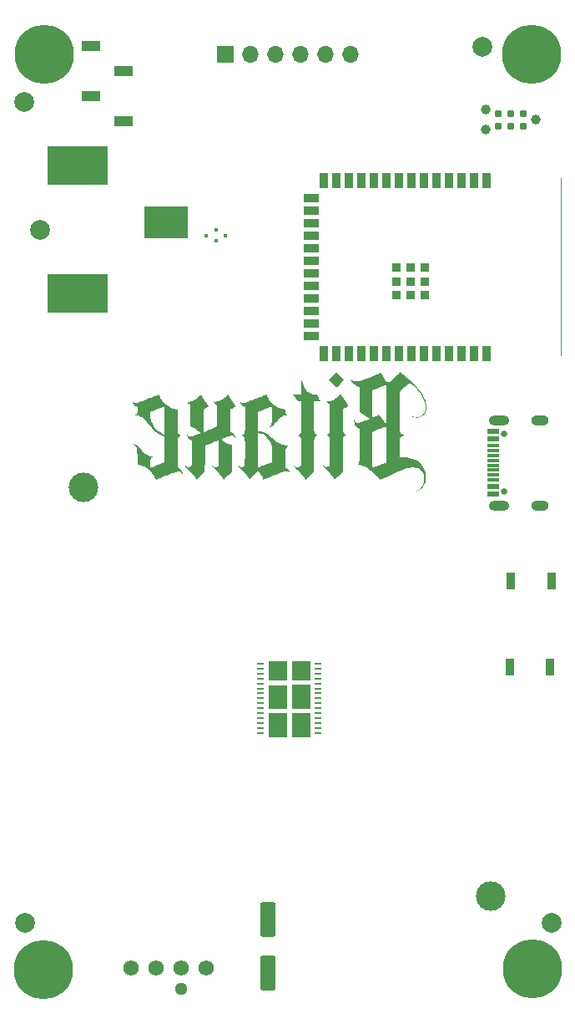
<source format=gbr>
%TF.GenerationSoftware,KiCad,Pcbnew,7.0.9*%
%TF.CreationDate,2024-01-24T17:11:57-05:00*%
%TF.ProjectId,bitaxeSupra,62697461-7865-4537-9570-72612e6b6963,rev?*%
%TF.SameCoordinates,Original*%
%TF.FileFunction,Soldermask,Bot*%
%TF.FilePolarity,Negative*%
%FSLAX46Y46*%
G04 Gerber Fmt 4.6, Leading zero omitted, Abs format (unit mm)*
G04 Created by KiCad (PCBNEW 7.0.9) date 2024-01-24 17:11:57*
%MOMM*%
%LPD*%
G01*
G04 APERTURE LIST*
G04 Aperture macros list*
%AMRoundRect*
0 Rectangle with rounded corners*
0 $1 Rounding radius*
0 $2 $3 $4 $5 $6 $7 $8 $9 X,Y pos of 4 corners*
0 Add a 4 corners polygon primitive as box body*
4,1,4,$2,$3,$4,$5,$6,$7,$8,$9,$2,$3,0*
0 Add four circle primitives for the rounded corners*
1,1,$1+$1,$2,$3*
1,1,$1+$1,$4,$5*
1,1,$1+$1,$6,$7*
1,1,$1+$1,$8,$9*
0 Add four rect primitives between the rounded corners*
20,1,$1+$1,$2,$3,$4,$5,0*
20,1,$1+$1,$4,$5,$6,$7,0*
20,1,$1+$1,$6,$7,$8,$9,0*
20,1,$1+$1,$8,$9,$2,$3,0*%
G04 Aperture macros list end*
%ADD10C,0.120000*%
%ADD11R,0.792000X0.221000*%
%ADD12C,3.000000*%
%ADD13C,0.800000*%
%ADD14C,6.000000*%
%ADD15C,0.400000*%
%ADD16C,1.295400*%
%ADD17C,1.574800*%
%ADD18R,1.900000X1.000000*%
%ADD19C,2.000000*%
%ADD20C,0.650000*%
%ADD21R,1.150000X0.600000*%
%ADD22R,1.150000X0.300000*%
%ADD23O,1.800000X1.000000*%
%ADD24O,2.100000X1.000000*%
%ADD25R,0.900000X1.500000*%
%ADD26R,1.500000X0.900000*%
%ADD27R,0.900000X0.900000*%
%ADD28C,0.990600*%
%ADD29C,0.787400*%
%ADD30O,1.700000X1.700000*%
%ADD31R,1.700000X1.700000*%
%ADD32RoundRect,0.250000X-0.550000X1.500000X-0.550000X-1.500000X0.550000X-1.500000X0.550000X1.500000X0*%
%ADD33R,4.400000X3.300000*%
%ADD34R,6.200000X3.900000*%
%ADD35R,0.900000X1.800000*%
G04 APERTURE END LIST*
D10*
%TO.C,U4*%
X107710562Y-112516000D02*
X105930562Y-112516000D01*
X105930562Y-112516000D02*
X105930562Y-114396000D01*
X105930562Y-114396000D02*
X107710562Y-114396000D01*
X107710562Y-114396000D02*
X107710562Y-112516000D01*
G36*
X107710562Y-112516000D02*
G01*
X105930562Y-112516000D01*
X105930562Y-114396000D01*
X107710562Y-114396000D01*
X107710562Y-112516000D01*
G37*
X107710562Y-114966000D02*
X105910562Y-114966000D01*
X105910562Y-114966000D02*
X105910562Y-117326000D01*
X105910562Y-117326000D02*
X107710562Y-117326000D01*
X107710562Y-117326000D02*
X107710562Y-114966000D01*
G36*
X107710562Y-114966000D02*
G01*
X105910562Y-114966000D01*
X105910562Y-117326000D01*
X107710562Y-117326000D01*
X107710562Y-114966000D01*
G37*
X107710562Y-117786000D02*
X105910562Y-117786000D01*
X105910562Y-117786000D02*
X105910562Y-120146000D01*
X105910562Y-120146000D02*
X107710562Y-120146000D01*
X107710562Y-120146000D02*
X107710562Y-117786000D01*
G36*
X107710562Y-117786000D02*
G01*
X105910562Y-117786000D01*
X105910562Y-120146000D01*
X107710562Y-120146000D01*
X107710562Y-117786000D01*
G37*
X105360562Y-117786000D02*
X103560562Y-117786000D01*
X103560562Y-117786000D02*
X103560562Y-120146000D01*
X103560562Y-120146000D02*
X105360562Y-120146000D01*
X105360562Y-120146000D02*
X105360562Y-117786000D01*
G36*
X105360562Y-117786000D02*
G01*
X103560562Y-117786000D01*
X103560562Y-120146000D01*
X105360562Y-120146000D01*
X105360562Y-117786000D01*
G37*
X105340562Y-112516000D02*
X103560562Y-112516000D01*
X103560562Y-112516000D02*
X103560562Y-114386000D01*
X103560562Y-114386000D02*
X105340562Y-114386000D01*
X105340562Y-114386000D02*
X105340562Y-112516000D01*
G36*
X105340562Y-112516000D02*
G01*
X103560562Y-112516000D01*
X103560562Y-114386000D01*
X105340562Y-114386000D01*
X105340562Y-112516000D01*
G37*
X105340562Y-114976000D02*
X103540562Y-114976000D01*
X103540562Y-114976000D02*
X103540562Y-117336000D01*
X103540562Y-117336000D02*
X105340562Y-117336000D01*
X105340562Y-117336000D02*
X105340562Y-114976000D01*
G36*
X105340562Y-114976000D02*
G01*
X103540562Y-114976000D01*
X103540562Y-117336000D01*
X105340562Y-117336000D01*
X105340562Y-114976000D01*
G37*
%TO.C,U12*%
X133180000Y-81610000D02*
X133180000Y-63610000D01*
%TO.C,G\u002A\u002A\u002A*%
G36*
X110835225Y-83669191D02*
G01*
X111225774Y-84059740D01*
X110840646Y-84445290D01*
X110743775Y-84541920D01*
X110649131Y-84635592D01*
X110567917Y-84715197D01*
X110504115Y-84776859D01*
X110461707Y-84816699D01*
X110444677Y-84830841D01*
X110429633Y-84818501D01*
X110388808Y-84780268D01*
X110326321Y-84719953D01*
X110246154Y-84641434D01*
X110152289Y-84548587D01*
X110048708Y-84445290D01*
X109663579Y-84059740D01*
X110054128Y-83669191D01*
X110444677Y-83278642D01*
X110835225Y-83669191D01*
G37*
G36*
X106952962Y-84218195D02*
G01*
X107012788Y-84384727D01*
X107130174Y-84656382D01*
X107260097Y-84893409D01*
X107401616Y-85094547D01*
X107553792Y-85258537D01*
X107715685Y-85384116D01*
X107886356Y-85470027D01*
X107916657Y-85479077D01*
X107996489Y-85494470D01*
X108098933Y-85507422D01*
X108211773Y-85516200D01*
X108448024Y-85528872D01*
X108633717Y-85851383D01*
X108687239Y-85945026D01*
X108740061Y-86039000D01*
X108781920Y-86115205D01*
X108809482Y-86167559D01*
X108819410Y-86189981D01*
X108812654Y-86193248D01*
X108772106Y-86198329D01*
X108701063Y-86202393D01*
X108606604Y-86205090D01*
X108495806Y-86206067D01*
X108172203Y-86206067D01*
X108178046Y-87763614D01*
X108179056Y-88029567D01*
X108180108Y-88286071D01*
X108181182Y-88506491D01*
X108182369Y-88693760D01*
X108183761Y-88850811D01*
X108185446Y-88980576D01*
X108187518Y-89085988D01*
X108190065Y-89169980D01*
X108193180Y-89235484D01*
X108196952Y-89285434D01*
X108201474Y-89322762D01*
X108206835Y-89350400D01*
X108213126Y-89371282D01*
X108220439Y-89388341D01*
X108228864Y-89404508D01*
X108261787Y-89457864D01*
X108349332Y-89557893D01*
X108450475Y-89629877D01*
X108508694Y-89659932D01*
X108417585Y-89713326D01*
X108319765Y-89792653D01*
X108242377Y-89900266D01*
X108195128Y-90023485D01*
X108193591Y-90033321D01*
X108189824Y-90086905D01*
X108186397Y-90179408D01*
X108183334Y-90308844D01*
X108180661Y-90473224D01*
X108178401Y-90670562D01*
X108176578Y-90898870D01*
X108175218Y-91156162D01*
X108174344Y-91440449D01*
X108173980Y-91749745D01*
X108173471Y-93386531D01*
X107742630Y-93787538D01*
X107311790Y-94188545D01*
X107277386Y-94097910D01*
X107247290Y-94032073D01*
X107177868Y-93916154D01*
X107082976Y-93783702D01*
X106967059Y-93640128D01*
X106834561Y-93490847D01*
X106689927Y-93341272D01*
X106537600Y-93196816D01*
X106483754Y-93146978D01*
X106402109Y-93067371D01*
X106327474Y-92990122D01*
X106262576Y-92918696D01*
X106210143Y-92856560D01*
X106172904Y-92807181D01*
X106153586Y-92774024D01*
X106154918Y-92760556D01*
X106179628Y-92770243D01*
X106230444Y-92806551D01*
X106299366Y-92857410D01*
X106369454Y-92896819D01*
X106436950Y-92916253D01*
X106516137Y-92921454D01*
X106532152Y-92921097D01*
X106642284Y-92901731D01*
X106745371Y-92857661D01*
X106824867Y-92795630D01*
X106826684Y-92793536D01*
X106833773Y-92782700D01*
X106839814Y-92766544D01*
X106844873Y-92742039D01*
X106849018Y-92706155D01*
X106852314Y-92655863D01*
X106854829Y-92588133D01*
X106856628Y-92499937D01*
X106857778Y-92388244D01*
X106858346Y-92250025D01*
X106858398Y-92082251D01*
X106858000Y-91881892D01*
X106857219Y-91645920D01*
X106856122Y-91371304D01*
X106850337Y-89987937D01*
X106790861Y-89886750D01*
X106733692Y-89809469D01*
X106627929Y-89721251D01*
X106524473Y-89656939D01*
X106595168Y-89620671D01*
X106660367Y-89577358D01*
X106737556Y-89503287D01*
X106800898Y-89418954D01*
X106838416Y-89338263D01*
X106840403Y-89327806D01*
X106845101Y-89272011D01*
X106849184Y-89174805D01*
X106852651Y-89036374D01*
X106855498Y-88856905D01*
X106857723Y-88636583D01*
X106859323Y-88375593D01*
X106860296Y-88074124D01*
X106860639Y-87732359D01*
X106860755Y-86206067D01*
X106708307Y-86206067D01*
X106555859Y-86206067D01*
X106282673Y-85867470D01*
X106009487Y-85528872D01*
X106435121Y-85523240D01*
X106860755Y-85517608D01*
X106861024Y-84731444D01*
X106861292Y-83945279D01*
X106952962Y-84218195D01*
G37*
G36*
X110875684Y-85508401D02*
G01*
X110901173Y-85546235D01*
X110945271Y-85612062D01*
X111005209Y-85701741D01*
X111078222Y-85811131D01*
X111161542Y-85936090D01*
X111252402Y-86072478D01*
X111628268Y-86636921D01*
X111578013Y-86701135D01*
X111533263Y-86747758D01*
X111443903Y-86815237D01*
X111334780Y-86877924D01*
X111218190Y-86928062D01*
X111111453Y-86965971D01*
X111111453Y-88107771D01*
X111111446Y-88275760D01*
X111111559Y-88507622D01*
X111112114Y-88703489D01*
X111113445Y-88866832D01*
X111115885Y-89001120D01*
X111119767Y-89109823D01*
X111125425Y-89196412D01*
X111133192Y-89264355D01*
X111143400Y-89317123D01*
X111156384Y-89358185D01*
X111172477Y-89391011D01*
X111192011Y-89419071D01*
X111215321Y-89445835D01*
X111242739Y-89474772D01*
X111256864Y-89488805D01*
X111322178Y-89541654D01*
X111387734Y-89580913D01*
X111466066Y-89616790D01*
X111381498Y-89654924D01*
X111375494Y-89657712D01*
X111281872Y-89720387D01*
X111198671Y-89808646D01*
X111140101Y-89907615D01*
X111138050Y-89913353D01*
X111132956Y-89936914D01*
X111128511Y-89974168D01*
X111124674Y-90027659D01*
X111121401Y-90099929D01*
X111118649Y-90193524D01*
X111116374Y-90310985D01*
X111114534Y-90454858D01*
X111113085Y-90627686D01*
X111111983Y-90832012D01*
X111111187Y-91070380D01*
X111110652Y-91345334D01*
X111110335Y-91659417D01*
X111109217Y-93342654D01*
X110688391Y-93742728D01*
X110674494Y-93755934D01*
X110565705Y-93858938D01*
X110467267Y-93951493D01*
X110383136Y-94029930D01*
X110317265Y-94090579D01*
X110273609Y-94129771D01*
X110256123Y-94143836D01*
X110253726Y-94142893D01*
X110237968Y-94118544D01*
X110218096Y-94071351D01*
X110201334Y-94030446D01*
X110153397Y-93941437D01*
X110083781Y-93838666D01*
X109990413Y-93719559D01*
X109871219Y-93581541D01*
X109724123Y-93422036D01*
X109547051Y-93238470D01*
X109543132Y-93234475D01*
X109396872Y-93084228D01*
X109277197Y-92958886D01*
X109184596Y-92859026D01*
X109119552Y-92785223D01*
X109082554Y-92738053D01*
X109074086Y-92718092D01*
X109094636Y-92725916D01*
X109144690Y-92762100D01*
X109161332Y-92775007D01*
X109222126Y-92820072D01*
X109267670Y-92847117D01*
X109311821Y-92863145D01*
X109368432Y-92875156D01*
X109424247Y-92880245D01*
X109532354Y-92868158D01*
X109635541Y-92832791D01*
X109716601Y-92778902D01*
X109777901Y-92720173D01*
X109777784Y-91364474D01*
X109777450Y-91061641D01*
X109776407Y-90777058D01*
X109774652Y-90533703D01*
X109772182Y-90331350D01*
X109768993Y-90169770D01*
X109765081Y-90048738D01*
X109760444Y-89968026D01*
X109755076Y-89927406D01*
X109729641Y-89873164D01*
X109684106Y-89807892D01*
X109627056Y-89741021D01*
X109567001Y-89681715D01*
X109512452Y-89639140D01*
X109471918Y-89622460D01*
X109461738Y-89621456D01*
X109460241Y-89611288D01*
X109496605Y-89588775D01*
X109590651Y-89524440D01*
X109677420Y-89436473D01*
X109738314Y-89341998D01*
X109739156Y-89340168D01*
X109746794Y-89321373D01*
X109753334Y-89298885D01*
X109758862Y-89269539D01*
X109763465Y-89230169D01*
X109767229Y-89177612D01*
X109770239Y-89108701D01*
X109772582Y-89020272D01*
X109774344Y-88909160D01*
X109775610Y-88772200D01*
X109776467Y-88606226D01*
X109777001Y-88408073D01*
X109777298Y-88174578D01*
X109777443Y-87902574D01*
X109777901Y-86546497D01*
X109723429Y-86517344D01*
X109717003Y-86513566D01*
X109670874Y-86477206D01*
X109611948Y-86421367D01*
X109551012Y-86357292D01*
X109498855Y-86296221D01*
X109466268Y-86249396D01*
X109462396Y-86239552D01*
X109467939Y-86227474D01*
X109494743Y-86220368D01*
X109549610Y-86216913D01*
X109639339Y-86215787D01*
X109644743Y-86215764D01*
X109745420Y-86213103D01*
X109821565Y-86204306D01*
X109889472Y-86186406D01*
X109965431Y-86156439D01*
X110083913Y-86098122D01*
X110261573Y-85989272D01*
X110451696Y-85850389D01*
X110649303Y-85684906D01*
X110675153Y-85662002D01*
X110750198Y-85596617D01*
X110811604Y-85544759D01*
X110853607Y-85511228D01*
X110870442Y-85500822D01*
X110875684Y-85508401D01*
G37*
G36*
X94321726Y-88203688D02*
G01*
X94327450Y-89345307D01*
X94390708Y-89447836D01*
X94449755Y-89524977D01*
X94562645Y-89615543D01*
X94671323Y-89680721D01*
X94606011Y-89707774D01*
X94543402Y-89739855D01*
X94442182Y-89826730D01*
X94366349Y-89945412D01*
X94317438Y-90050447D01*
X94317235Y-91492995D01*
X94317031Y-92935544D01*
X94374332Y-92949316D01*
X94504813Y-92999651D01*
X94623731Y-93085425D01*
X94720321Y-93199404D01*
X94789662Y-93335721D01*
X94826830Y-93488511D01*
X94839564Y-93592695D01*
X94798954Y-93519767D01*
X94767864Y-93468659D01*
X94696223Y-93385706D01*
X94612548Y-93336540D01*
X94509179Y-93315767D01*
X94396328Y-93317778D01*
X94279739Y-93339423D01*
X94277012Y-93340249D01*
X94230067Y-93356189D01*
X94151537Y-93384567D01*
X94045832Y-93423686D01*
X93917364Y-93471846D01*
X93770541Y-93527347D01*
X93609773Y-93588491D01*
X93439472Y-93653579D01*
X93264047Y-93720910D01*
X93087908Y-93788787D01*
X92915465Y-93855510D01*
X92751128Y-93919380D01*
X92599308Y-93978697D01*
X92464414Y-94031763D01*
X92350857Y-94076879D01*
X92263046Y-94112345D01*
X92205393Y-94136462D01*
X92182306Y-94147531D01*
X92156950Y-94162429D01*
X92123410Y-94161789D01*
X92108335Y-94137849D01*
X92107708Y-94130648D01*
X92092011Y-94080784D01*
X92058316Y-94005401D01*
X92010789Y-93911903D01*
X91953592Y-93807696D01*
X91890888Y-93700184D01*
X91826843Y-93596772D01*
X91765618Y-93504865D01*
X91711378Y-93431868D01*
X91633746Y-93341345D01*
X91428675Y-93144290D01*
X91199837Y-92976294D01*
X90952588Y-92840495D01*
X90692285Y-92740029D01*
X90424283Y-92678034D01*
X90264283Y-92653320D01*
X90251592Y-91883221D01*
X90250405Y-91812732D01*
X90246370Y-91603183D01*
X90241813Y-91429431D01*
X90236204Y-91286956D01*
X90229012Y-91171235D01*
X90219709Y-91077750D01*
X90207764Y-91001978D01*
X90192648Y-90939400D01*
X90173831Y-90885494D01*
X90150784Y-90835740D01*
X90122975Y-90785617D01*
X90120847Y-90782042D01*
X90055158Y-90699440D01*
X89968535Y-90624924D01*
X89878803Y-90573944D01*
X89873811Y-90570360D01*
X89893019Y-90568784D01*
X89941313Y-90573315D01*
X90042375Y-90597494D01*
X90160102Y-90644707D01*
X90275032Y-90706919D01*
X90371015Y-90776491D01*
X90398820Y-90803695D01*
X90454315Y-90864996D01*
X90523987Y-90947126D01*
X90601656Y-91042752D01*
X90681141Y-91144537D01*
X90734840Y-91213508D01*
X90818912Y-91317242D01*
X90899591Y-91412229D01*
X90969785Y-91490190D01*
X91022398Y-91542845D01*
X91062638Y-91577211D01*
X91215232Y-91682141D01*
X91381116Y-91762486D01*
X91549910Y-91813887D01*
X91711234Y-91831990D01*
X91805458Y-91831990D01*
X91727919Y-91884679D01*
X91726511Y-91885637D01*
X91680191Y-91919536D01*
X91644507Y-91954123D01*
X91617967Y-91995254D01*
X91599082Y-92048782D01*
X91586361Y-92120563D01*
X91578314Y-92216452D01*
X91573451Y-92342305D01*
X91570280Y-92503975D01*
X91570271Y-92504579D01*
X91568454Y-92654882D01*
X91568425Y-92767967D01*
X91570389Y-92848244D01*
X91574549Y-92900125D01*
X91581111Y-92928019D01*
X91590277Y-92936337D01*
X91591076Y-92936279D01*
X91620124Y-92927830D01*
X91682001Y-92906515D01*
X91771195Y-92874430D01*
X91882191Y-92833666D01*
X92009476Y-92786318D01*
X92147538Y-92734478D01*
X92290864Y-92680241D01*
X92433940Y-92625699D01*
X92571254Y-92572945D01*
X92697292Y-92524073D01*
X92806541Y-92481175D01*
X92893488Y-92446347D01*
X92952621Y-92421679D01*
X92978425Y-92409267D01*
X92980554Y-92406582D01*
X92985763Y-92388149D01*
X92990120Y-92351420D01*
X92993668Y-92293796D01*
X92996447Y-92212681D01*
X92998497Y-92105477D01*
X92999861Y-91969587D01*
X93000578Y-91802416D01*
X93000690Y-91601364D01*
X93000238Y-91363836D01*
X92999262Y-91087234D01*
X92993897Y-89785247D01*
X92845552Y-89747576D01*
X92795197Y-89733623D01*
X92584188Y-89650458D01*
X92373511Y-89528486D01*
X92166508Y-89369879D01*
X91966522Y-89176806D01*
X91954304Y-89163562D01*
X91894802Y-89097043D01*
X91816697Y-89007551D01*
X91726200Y-88902295D01*
X91629520Y-88788485D01*
X91532865Y-88673329D01*
X91411974Y-88529984D01*
X91249584Y-88344170D01*
X91104594Y-88187826D01*
X90973619Y-88057822D01*
X90853274Y-87951029D01*
X90740175Y-87864315D01*
X90630938Y-87794552D01*
X90522177Y-87738608D01*
X90514875Y-87735308D01*
X90404294Y-87692014D01*
X90286919Y-87656257D01*
X90177336Y-87631939D01*
X90090130Y-87622966D01*
X90018498Y-87622966D01*
X90056588Y-87597653D01*
X91567307Y-87597653D01*
X91567708Y-87650108D01*
X91576720Y-87862890D01*
X91599702Y-88047668D01*
X91639589Y-88214539D01*
X91699311Y-88373600D01*
X91781803Y-88534948D01*
X91889995Y-88708680D01*
X91917006Y-88748242D01*
X92050892Y-88921724D01*
X92203075Y-89088150D01*
X92366516Y-89241311D01*
X92534179Y-89374999D01*
X92699026Y-89483007D01*
X92854021Y-89559125D01*
X92900901Y-89576869D01*
X92955065Y-89595307D01*
X92984250Y-89602457D01*
X92987222Y-89592193D01*
X92991070Y-89543051D01*
X92994468Y-89454586D01*
X92997396Y-89328175D01*
X92999836Y-89165195D01*
X93001767Y-88967024D01*
X93003170Y-88735040D01*
X93004026Y-88470619D01*
X93004316Y-88175140D01*
X93004259Y-88026074D01*
X93003937Y-87793751D01*
X93003352Y-87576138D01*
X93002527Y-87376604D01*
X93001489Y-87198520D01*
X93000260Y-87045257D01*
X92998866Y-86920185D01*
X92997331Y-86826675D01*
X92995680Y-86768097D01*
X92993937Y-86747822D01*
X92991503Y-86748422D01*
X92959821Y-86759684D01*
X92896275Y-86783599D01*
X92806237Y-86818064D01*
X92695077Y-86860979D01*
X92568166Y-86910239D01*
X92430874Y-86963742D01*
X92288571Y-87019386D01*
X92146628Y-87075069D01*
X92010417Y-87128688D01*
X91885306Y-87178140D01*
X91776668Y-87221323D01*
X91689872Y-87256135D01*
X91630289Y-87280473D01*
X91603290Y-87292234D01*
X91594124Y-87298428D01*
X91582050Y-87315882D01*
X91574136Y-87347708D01*
X91569576Y-87400731D01*
X91567568Y-87481772D01*
X91567307Y-87597653D01*
X90056588Y-87597653D01*
X90089298Y-87575915D01*
X90109228Y-87560563D01*
X90163325Y-87502836D01*
X90206982Y-87436061D01*
X90217845Y-87413574D01*
X90233814Y-87371933D01*
X90244274Y-87324765D01*
X90250353Y-87263036D01*
X90253174Y-87177714D01*
X90253865Y-87059764D01*
X90253865Y-86776270D01*
X90143230Y-86741395D01*
X90058403Y-86706242D01*
X89939051Y-86622638D01*
X89843108Y-86510508D01*
X89775444Y-86376095D01*
X89740927Y-86225641D01*
X89729100Y-86112301D01*
X89775716Y-86202561D01*
X89838802Y-86289077D01*
X89932429Y-86361967D01*
X90039340Y-86403558D01*
X90070304Y-86406574D01*
X90146405Y-86401553D01*
X90233759Y-86384628D01*
X90243350Y-86381914D01*
X90296052Y-86364473D01*
X90379854Y-86334744D01*
X90490374Y-86294407D01*
X90623228Y-86245146D01*
X90774034Y-86188642D01*
X90938409Y-86126576D01*
X91111969Y-86060630D01*
X91290333Y-85992487D01*
X91469118Y-85923827D01*
X91643940Y-85856333D01*
X91810416Y-85791686D01*
X91964165Y-85731569D01*
X92100803Y-85677662D01*
X92215947Y-85631648D01*
X92305215Y-85595208D01*
X92364223Y-85570025D01*
X92388590Y-85557779D01*
X92414471Y-85541528D01*
X92448806Y-85549415D01*
X92472066Y-85595165D01*
X92475889Y-85607757D01*
X92497208Y-85662159D01*
X92530356Y-85736720D01*
X92569968Y-85819160D01*
X92595756Y-85869606D01*
X92758633Y-86140535D01*
X92945653Y-86377530D01*
X93156687Y-86580498D01*
X93391607Y-86749341D01*
X93650281Y-86883965D01*
X93932582Y-86984274D01*
X94238379Y-87050172D01*
X94316002Y-87062069D01*
X94321583Y-88175140D01*
X94321726Y-88203688D01*
G37*
G36*
X105245907Y-92057041D02*
G01*
X105245907Y-92917613D01*
X105370928Y-92967812D01*
X105430008Y-92995089D01*
X105554364Y-93083226D01*
X105649593Y-93200838D01*
X105714408Y-93346505D01*
X105734620Y-93417897D01*
X105750000Y-93484787D01*
X105755573Y-93527171D01*
X105753328Y-93550543D01*
X105743744Y-93547509D01*
X105721785Y-93509348D01*
X105693905Y-93462287D01*
X105611304Y-93368746D01*
X105512841Y-93310573D01*
X105402588Y-93290562D01*
X105354520Y-93295517D01*
X105280084Y-93309868D01*
X105198761Y-93330325D01*
X105196858Y-93330871D01*
X105147588Y-93346997D01*
X105066904Y-93375570D01*
X104959208Y-93414896D01*
X104828901Y-93463281D01*
X104680384Y-93519031D01*
X104518060Y-93580452D01*
X104346329Y-93645850D01*
X104169594Y-93713530D01*
X103992255Y-93781799D01*
X103818714Y-93848961D01*
X103653373Y-93913324D01*
X103500633Y-93973193D01*
X103364896Y-94026874D01*
X103250563Y-94072673D01*
X103162036Y-94108895D01*
X103103716Y-94133846D01*
X103080005Y-94145833D01*
X103066191Y-94157840D01*
X103049936Y-94160477D01*
X103033194Y-94141356D01*
X103011533Y-94094620D01*
X102980518Y-94014414D01*
X102957215Y-93956363D01*
X102865871Y-93771175D01*
X102749948Y-93583181D01*
X102617823Y-93406421D01*
X102498437Y-93261820D01*
X102054938Y-93718972D01*
X102010996Y-93764104D01*
X101902447Y-93874102D01*
X101806275Y-93969421D01*
X101725747Y-94046955D01*
X101664126Y-94103597D01*
X101624678Y-94136240D01*
X101610667Y-94141776D01*
X101610188Y-94135996D01*
X101594021Y-94084945D01*
X101558675Y-94011146D01*
X101509185Y-93923607D01*
X101450586Y-93831333D01*
X101387913Y-93743331D01*
X101356524Y-93704912D01*
X101294815Y-93634712D01*
X101213091Y-93545222D01*
X101116602Y-93442104D01*
X101010600Y-93331021D01*
X100900335Y-93217634D01*
X100861484Y-93178017D01*
X100728732Y-93041405D01*
X100625077Y-92932341D01*
X100549720Y-92849813D01*
X100501860Y-92792811D01*
X100480696Y-92760325D01*
X100485428Y-92751343D01*
X100515255Y-92764856D01*
X100569376Y-92799853D01*
X100621986Y-92833797D01*
X100684304Y-92868648D01*
X100728345Y-92887115D01*
X100754000Y-92891983D01*
X100854280Y-92890795D01*
X100963060Y-92865032D01*
X101063798Y-92818099D01*
X101161904Y-92757447D01*
X101167267Y-91417164D01*
X101167527Y-91347696D01*
X101167849Y-91206887D01*
X102485038Y-91206887D01*
X102485101Y-91363235D01*
X102485493Y-91620762D01*
X102486217Y-91864144D01*
X102487246Y-92090323D01*
X102488553Y-92296239D01*
X102490109Y-92478834D01*
X102491887Y-92635049D01*
X102493859Y-92761825D01*
X102495998Y-92856105D01*
X102498276Y-92914828D01*
X102500665Y-92934936D01*
X102519082Y-92928771D01*
X102572479Y-92909080D01*
X102656175Y-92877532D01*
X102765668Y-92835843D01*
X102896456Y-92785727D01*
X103044036Y-92728899D01*
X103203906Y-92667074D01*
X103891518Y-92400612D01*
X103896970Y-91570235D01*
X103898110Y-91398476D01*
X103899062Y-91211383D01*
X103898896Y-91057340D01*
X103897027Y-90931497D01*
X103892866Y-90829007D01*
X103885829Y-90745021D01*
X103875328Y-90674692D01*
X103860777Y-90613171D01*
X103841589Y-90555610D01*
X103817178Y-90497162D01*
X103786957Y-90432977D01*
X103750340Y-90358209D01*
X103710480Y-90281669D01*
X103588173Y-90089899D01*
X103445758Y-89917878D01*
X103287874Y-89769139D01*
X103119161Y-89647217D01*
X102944256Y-89555645D01*
X102767800Y-89497956D01*
X102594431Y-89477684D01*
X102485038Y-89477437D01*
X102485038Y-91206887D01*
X101167849Y-91206887D01*
X101168186Y-91059654D01*
X101168058Y-90802734D01*
X101167160Y-90578444D01*
X101165509Y-90388289D01*
X101163121Y-90233776D01*
X101160012Y-90116412D01*
X101156200Y-90037703D01*
X101151701Y-89999156D01*
X101146978Y-89983090D01*
X101093056Y-89872002D01*
X101011135Y-89775451D01*
X100912147Y-89706778D01*
X100814920Y-89659712D01*
X100895809Y-89623496D01*
X100952938Y-89589809D01*
X101035424Y-89515822D01*
X101104781Y-89425817D01*
X101148140Y-89334529D01*
X101150874Y-89322142D01*
X101156156Y-89274719D01*
X101160633Y-89197578D01*
X101164335Y-89089011D01*
X101167294Y-88947312D01*
X101169541Y-88770773D01*
X101171107Y-88557687D01*
X101172024Y-88306346D01*
X101172322Y-88015043D01*
X101172322Y-86776270D01*
X101061688Y-86741395D01*
X100976861Y-86706242D01*
X100857509Y-86622638D01*
X100761566Y-86510508D01*
X100693901Y-86376095D01*
X100659385Y-86225641D01*
X100647558Y-86112301D01*
X100694174Y-86202561D01*
X100757393Y-86289208D01*
X100850913Y-86361994D01*
X100957591Y-86403513D01*
X100983192Y-86406375D01*
X101061203Y-86401151D01*
X101155540Y-86381207D01*
X101170133Y-86376746D01*
X101228147Y-86356820D01*
X101318109Y-86324409D01*
X101435294Y-86281315D01*
X101574974Y-86229342D01*
X101732423Y-86170292D01*
X101902914Y-86105966D01*
X102081721Y-86038168D01*
X102264115Y-85968700D01*
X102445372Y-85899364D01*
X102620763Y-85831963D01*
X102785563Y-85768298D01*
X102935043Y-85710173D01*
X103064479Y-85659390D01*
X103169142Y-85617751D01*
X103244306Y-85587059D01*
X103285245Y-85569115D01*
X103316302Y-85554335D01*
X103356014Y-85542142D01*
X103376900Y-85554798D01*
X103390524Y-85595165D01*
X103408235Y-85646507D01*
X103445078Y-85729953D01*
X103494694Y-85830182D01*
X103551983Y-85937350D01*
X103611849Y-86041616D01*
X103669192Y-86133138D01*
X103677407Y-86145375D01*
X103819863Y-86327650D01*
X103991568Y-86501823D01*
X104182778Y-86659787D01*
X104383750Y-86793439D01*
X104584739Y-86894673D01*
X104686352Y-86932559D01*
X104838590Y-86979085D01*
X105001368Y-87019755D01*
X105157351Y-87049874D01*
X105235489Y-87062262D01*
X105235832Y-87212384D01*
X105238365Y-87275518D01*
X105263321Y-87400449D01*
X105316628Y-87498900D01*
X105400372Y-87575467D01*
X105470856Y-87622966D01*
X105389637Y-87623274D01*
X105342452Y-87626378D01*
X105260955Y-87637788D01*
X105176626Y-87654651D01*
X105168801Y-87656518D01*
X105045374Y-87693013D01*
X104931246Y-87742438D01*
X104821443Y-87808680D01*
X104710993Y-87895628D01*
X104594922Y-88007171D01*
X104468254Y-88147195D01*
X104326018Y-88319590D01*
X104282507Y-88373427D01*
X104152540Y-88524765D01*
X104035793Y-88643604D01*
X103927727Y-88733388D01*
X103823802Y-88797564D01*
X103719480Y-88839575D01*
X103610222Y-88862866D01*
X103516457Y-88875353D01*
X103578967Y-88840531D01*
X103614314Y-88819059D01*
X103722445Y-88727057D01*
X103801212Y-88615712D01*
X103817538Y-88582297D01*
X103839986Y-88527551D01*
X103858492Y-88466967D01*
X103873521Y-88396066D01*
X103885538Y-88310368D01*
X103895008Y-88205395D01*
X103902396Y-88076666D01*
X103908168Y-87919703D01*
X103912789Y-87730026D01*
X103916722Y-87503155D01*
X103918938Y-87331049D01*
X103920220Y-87172141D01*
X103920579Y-87031738D01*
X103920037Y-86914473D01*
X103918615Y-86824977D01*
X103916334Y-86767883D01*
X103913217Y-86747822D01*
X103911509Y-86748169D01*
X103881561Y-86758513D01*
X103819409Y-86781673D01*
X103730439Y-86815544D01*
X103620033Y-86858017D01*
X103493574Y-86906988D01*
X103356446Y-86960350D01*
X103214031Y-87015995D01*
X103071713Y-87071817D01*
X102934875Y-87125710D01*
X102808900Y-87175568D01*
X102699172Y-87219283D01*
X102611073Y-87254749D01*
X102549987Y-87279860D01*
X102521297Y-87292509D01*
X102520880Y-87292735D01*
X102512403Y-87299608D01*
X102505397Y-87312441D01*
X102499752Y-87334805D01*
X102495353Y-87370271D01*
X102492090Y-87422410D01*
X102489848Y-87494794D01*
X102488517Y-87590994D01*
X102487983Y-87714581D01*
X102488134Y-87869126D01*
X102488858Y-88058200D01*
X102490041Y-88285376D01*
X102495456Y-89258651D01*
X102682987Y-89271588D01*
X102787792Y-89282177D01*
X102905062Y-89304056D01*
X103019997Y-89338459D01*
X103137092Y-89387853D01*
X103260844Y-89454704D01*
X103395750Y-89541480D01*
X103546306Y-89650647D01*
X103717009Y-89784672D01*
X103912355Y-89946021D01*
X104063378Y-90070861D01*
X104258942Y-90224002D01*
X104436714Y-90350755D01*
X104602421Y-90453993D01*
X104761789Y-90536591D01*
X104920541Y-90601423D01*
X105084404Y-90651362D01*
X105259103Y-90689283D01*
X105450363Y-90718060D01*
X105550635Y-90730584D01*
X105464210Y-90824345D01*
X105416622Y-90883718D01*
X105359239Y-90970458D01*
X105311846Y-91057287D01*
X105245907Y-91196469D01*
X105245907Y-91211383D01*
X105245907Y-92057041D01*
G37*
G36*
X96706501Y-85545981D02*
G01*
X96733746Y-85582419D01*
X96779421Y-85646962D01*
X96840714Y-85735534D01*
X96914811Y-85844058D01*
X96998900Y-85968457D01*
X97090168Y-86104653D01*
X97097526Y-86115680D01*
X97199815Y-86269346D01*
X97281048Y-86392518D01*
X97343387Y-86488969D01*
X97388996Y-86562474D01*
X97420041Y-86616805D01*
X97438685Y-86655736D01*
X97447092Y-86683040D01*
X97447426Y-86702490D01*
X97441852Y-86717861D01*
X97403760Y-86765286D01*
X97336242Y-86823661D01*
X97250643Y-86883879D01*
X97157364Y-86938652D01*
X97066802Y-86980692D01*
X96942462Y-87028906D01*
X96942462Y-88190661D01*
X96942504Y-88337706D01*
X96942711Y-88545010D01*
X96943077Y-88736786D01*
X96943586Y-88909299D01*
X96944219Y-89058812D01*
X96944961Y-89181593D01*
X96945795Y-89273905D01*
X96946704Y-89332013D01*
X96947671Y-89352183D01*
X96947698Y-89352180D01*
X96968225Y-89344530D01*
X97023120Y-89323347D01*
X97108047Y-89290323D01*
X97218668Y-89247151D01*
X97350647Y-89195523D01*
X97499647Y-89137132D01*
X97661330Y-89073671D01*
X98369779Y-88795393D01*
X98362012Y-87708027D01*
X98354244Y-86620662D01*
X98177209Y-86443627D01*
X98175209Y-86441626D01*
X98107799Y-86372952D01*
X98053813Y-86315646D01*
X98018693Y-86275644D01*
X98007881Y-86258886D01*
X98016822Y-86257395D01*
X98057030Y-86260608D01*
X98116841Y-86270096D01*
X98188347Y-86277931D01*
X98338102Y-86265427D01*
X98503088Y-86218008D01*
X98680623Y-86136997D01*
X98868029Y-86023716D01*
X99062626Y-85879484D01*
X99261732Y-85705624D01*
X99334897Y-85639603D01*
X99396864Y-85588785D01*
X99441359Y-85558013D01*
X99462319Y-85551933D01*
X99463756Y-85553759D01*
X99483075Y-85581451D01*
X99521185Y-85637535D01*
X99574657Y-85716869D01*
X99640060Y-85814309D01*
X99713966Y-85924713D01*
X99792943Y-86042938D01*
X99873563Y-86163841D01*
X99952394Y-86282279D01*
X100026007Y-86393110D01*
X100090971Y-86491190D01*
X100143858Y-86571378D01*
X100181237Y-86628529D01*
X100199677Y-86657502D01*
X100202687Y-86677535D01*
X100181029Y-86721509D01*
X100132175Y-86775372D01*
X100062480Y-86833989D01*
X99978298Y-86892226D01*
X99885982Y-86944948D01*
X99791888Y-86987021D01*
X99692913Y-87024362D01*
X99692913Y-88177971D01*
X99692913Y-88202922D01*
X99692989Y-88447975D01*
X99693264Y-88654867D01*
X99693841Y-88826811D01*
X99694822Y-88967021D01*
X99696308Y-89078709D01*
X99698400Y-89165087D01*
X99701201Y-89229369D01*
X99704811Y-89274768D01*
X99709332Y-89304496D01*
X99714866Y-89321766D01*
X99721514Y-89329790D01*
X99729377Y-89331783D01*
X99758104Y-89335512D01*
X99830765Y-89361581D01*
X99912972Y-89406164D01*
X99991721Y-89461696D01*
X100054008Y-89520613D01*
X100062167Y-89530468D01*
X100125193Y-89629410D01*
X100172661Y-89744429D01*
X100175591Y-89753963D01*
X100202672Y-89850092D01*
X100213384Y-89908414D01*
X100207608Y-89929456D01*
X100185224Y-89913747D01*
X100146112Y-89861816D01*
X100099776Y-89801503D01*
X100017517Y-89730768D01*
X99923233Y-89694737D01*
X99811097Y-89691652D01*
X99675283Y-89719754D01*
X99658101Y-89724970D01*
X99592826Y-89746835D01*
X99504354Y-89778285D01*
X99399613Y-89816671D01*
X99285531Y-89859345D01*
X99169038Y-89903657D01*
X99057061Y-89946958D01*
X98956530Y-89986601D01*
X98874373Y-90019936D01*
X98817519Y-90044314D01*
X98792896Y-90057087D01*
X98794223Y-90064982D01*
X98820552Y-90093977D01*
X98871986Y-90138478D01*
X98942306Y-90193903D01*
X99025294Y-90255672D01*
X99114729Y-90319201D01*
X99204392Y-90379909D01*
X99288064Y-90433214D01*
X99359525Y-90474534D01*
X99365144Y-90477509D01*
X99462868Y-90523448D01*
X99569044Y-90565033D01*
X99661658Y-90593591D01*
X99666067Y-90594667D01*
X99741312Y-90613106D01*
X99801360Y-90627954D01*
X99833561Y-90636083D01*
X99836707Y-90639436D01*
X99841704Y-90658717D01*
X99845973Y-90697180D01*
X99849559Y-90757325D01*
X99852512Y-90841650D01*
X99854880Y-90952654D01*
X99856709Y-91092836D01*
X99858049Y-91264694D01*
X99858946Y-91470729D01*
X99859450Y-91713438D01*
X99859607Y-91995320D01*
X99859607Y-93347654D01*
X99427244Y-93755422D01*
X99404238Y-93777116D01*
X99294849Y-93880180D01*
X99196559Y-93972643D01*
X99113209Y-94050904D01*
X99048639Y-94111360D01*
X99006690Y-94150408D01*
X98991200Y-94164448D01*
X98983944Y-94152795D01*
X98963748Y-94112367D01*
X98935831Y-94052805D01*
X98927664Y-94035265D01*
X98883562Y-93950046D01*
X98830779Y-93864455D01*
X98765619Y-93773887D01*
X98684386Y-93673735D01*
X98583382Y-93559395D01*
X98458911Y-93426260D01*
X98307276Y-93269726D01*
X98305399Y-93267810D01*
X98157582Y-93115980D01*
X98038670Y-92991444D01*
X97947409Y-92892768D01*
X97882544Y-92818517D01*
X97842823Y-92767257D01*
X97826990Y-92737553D01*
X97833794Y-92727970D01*
X97857596Y-92740102D01*
X97892514Y-92772586D01*
X97916248Y-92795183D01*
X97994394Y-92844432D01*
X98087213Y-92880163D01*
X98175683Y-92894206D01*
X98247284Y-92888511D01*
X98343301Y-92858010D01*
X98447917Y-92796900D01*
X98526055Y-92743139D01*
X98526055Y-91452690D01*
X98526019Y-91221891D01*
X98525836Y-90991437D01*
X98525421Y-90797043D01*
X98524687Y-90635699D01*
X98523549Y-90504396D01*
X98521921Y-90400123D01*
X98519717Y-90319872D01*
X98516852Y-90260631D01*
X98513238Y-90219392D01*
X98508791Y-90193146D01*
X98503425Y-90178881D01*
X98497053Y-90173589D01*
X98489591Y-90174259D01*
X98471920Y-90180672D01*
X98417968Y-90200893D01*
X98333520Y-90232837D01*
X98223354Y-90274688D01*
X98092251Y-90324627D01*
X97944990Y-90380840D01*
X97786350Y-90441511D01*
X97119574Y-90696744D01*
X97109156Y-92030574D01*
X97098737Y-93364404D01*
X96673016Y-93762351D01*
X96247294Y-94160299D01*
X96170263Y-94006964D01*
X96142674Y-93954637D01*
X96093816Y-93872976D01*
X96034864Y-93787659D01*
X95962404Y-93694573D01*
X95873024Y-93589607D01*
X95763314Y-93468650D01*
X95629859Y-93327592D01*
X95469249Y-93162319D01*
X95374914Y-93065374D01*
X95281923Y-92968131D01*
X95202872Y-92883678D01*
X95141624Y-92816203D01*
X95102043Y-92769895D01*
X95087991Y-92748941D01*
X95090868Y-92744264D01*
X95115019Y-92752041D01*
X95155710Y-92781367D01*
X95165367Y-92789255D01*
X95229267Y-92833723D01*
X95290480Y-92866566D01*
X95316736Y-92876166D01*
X95430229Y-92892950D01*
X95549155Y-92878166D01*
X95660118Y-92834757D01*
X95749721Y-92765667D01*
X95796766Y-92714519D01*
X95791394Y-91446728D01*
X95786022Y-90178937D01*
X95692257Y-90148066D01*
X95630330Y-90124001D01*
X95501543Y-90046464D01*
X95397330Y-89943431D01*
X95323210Y-89821157D01*
X95284699Y-89685901D01*
X95281411Y-89662346D01*
X95271258Y-89596642D01*
X95262743Y-89550365D01*
X95263870Y-89541935D01*
X95278975Y-89560050D01*
X95305553Y-89605670D01*
X95324570Y-89638094D01*
X95370170Y-89701605D01*
X95413066Y-89746248D01*
X95430694Y-89758928D01*
X95514043Y-89799520D01*
X95605620Y-89821644D01*
X95686267Y-89820117D01*
X95709181Y-89813143D01*
X95766534Y-89793254D01*
X95849794Y-89763222D01*
X95952460Y-89725498D01*
X96068028Y-89682535D01*
X96189997Y-89636783D01*
X96311864Y-89590693D01*
X96427125Y-89546717D01*
X96529280Y-89507305D01*
X96611824Y-89474909D01*
X96668255Y-89451981D01*
X96692072Y-89440971D01*
X96687231Y-89429777D01*
X96658014Y-89398671D01*
X96610349Y-89356238D01*
X96489318Y-89256395D01*
X96336170Y-89135564D01*
X96203754Y-89039220D01*
X96087095Y-88964239D01*
X95981218Y-88907500D01*
X95881149Y-88865880D01*
X95781913Y-88836256D01*
X95636105Y-88800461D01*
X95624307Y-87697840D01*
X95621954Y-87482338D01*
X95619482Y-87273333D01*
X95617086Y-87099696D01*
X95614616Y-86958072D01*
X95611923Y-86845104D01*
X95608856Y-86757438D01*
X95605267Y-86691718D01*
X95601005Y-86644589D01*
X95595922Y-86612695D01*
X95589867Y-86592680D01*
X95582692Y-86581189D01*
X95574245Y-86574866D01*
X95550190Y-86558265D01*
X95498780Y-86513511D01*
X95437647Y-86453974D01*
X95376874Y-86389999D01*
X95326543Y-86331933D01*
X95296738Y-86290123D01*
X95284758Y-86266055D01*
X95286841Y-86251655D01*
X95320616Y-86260230D01*
X95353148Y-86266914D01*
X95419803Y-86272800D01*
X95496967Y-86274010D01*
X95607121Y-86261676D01*
X95768216Y-86214805D01*
X95941656Y-86135294D01*
X96123220Y-86025472D01*
X96308692Y-85887663D01*
X96493853Y-85724195D01*
X96505163Y-85713404D01*
X96577511Y-85645392D01*
X96638159Y-85590075D01*
X96681035Y-85552894D01*
X96700072Y-85539291D01*
X96706501Y-85545981D01*
G37*
G36*
X117551978Y-84631446D02*
G01*
X117408593Y-84753929D01*
X117357351Y-84798345D01*
X117250367Y-84892961D01*
X117152838Y-84981656D01*
X117070371Y-85059203D01*
X117008573Y-85120373D01*
X116973054Y-85159940D01*
X116961784Y-85174683D01*
X116941173Y-85201915D01*
X116923062Y-85228277D01*
X116907287Y-85256429D01*
X116893689Y-85289028D01*
X116882106Y-85328734D01*
X116872377Y-85378206D01*
X116864340Y-85440103D01*
X116857834Y-85517083D01*
X116852698Y-85611806D01*
X116848770Y-85726931D01*
X116845889Y-85865117D01*
X116843894Y-86029022D01*
X116842623Y-86221306D01*
X116841916Y-86444627D01*
X116841610Y-86701645D01*
X116841545Y-86995019D01*
X116841559Y-87327407D01*
X116841619Y-87555697D01*
X116841952Y-87873173D01*
X116842603Y-88152341D01*
X116843599Y-88395236D01*
X116844965Y-88603897D01*
X116846729Y-88780360D01*
X116848918Y-88926663D01*
X116851559Y-89044842D01*
X116854677Y-89136935D01*
X116858300Y-89204980D01*
X116862455Y-89251012D01*
X116867168Y-89277070D01*
X116878577Y-89308226D01*
X116935759Y-89402897D01*
X117019252Y-89492370D01*
X117118220Y-89566337D01*
X117221830Y-89614491D01*
X117276108Y-89632921D01*
X117323429Y-89652795D01*
X117341641Y-89665981D01*
X117325794Y-89678653D01*
X117280349Y-89700535D01*
X117215681Y-89726148D01*
X117101531Y-89779032D01*
X116983060Y-89869944D01*
X116897633Y-89985964D01*
X116893671Y-89993444D01*
X116883481Y-90014628D01*
X116875060Y-90038148D01*
X116868209Y-90067938D01*
X116862729Y-90107931D01*
X116858418Y-90162062D01*
X116855079Y-90234262D01*
X116852511Y-90328468D01*
X116850515Y-90448611D01*
X116848994Y-90589040D01*
X116848890Y-90598626D01*
X116847437Y-90782446D01*
X116845957Y-91004006D01*
X116839937Y-91936728D01*
X116950141Y-91926665D01*
X117072216Y-91915969D01*
X117188994Y-91907519D01*
X117286335Y-91903508D01*
X117376162Y-91903737D01*
X117470400Y-91908007D01*
X117580972Y-91916118D01*
X117886215Y-91956593D01*
X118179448Y-92030141D01*
X118445953Y-92135300D01*
X118685313Y-92271739D01*
X118897113Y-92439128D01*
X119080939Y-92637137D01*
X119236373Y-92865434D01*
X119363001Y-93123689D01*
X119460407Y-93411572D01*
X119479871Y-93486304D01*
X119495620Y-93559932D01*
X119506130Y-93633392D01*
X119512487Y-93717140D01*
X119515776Y-93821636D01*
X119517084Y-93957338D01*
X119517347Y-94044669D01*
X119516676Y-94151474D01*
X119513804Y-94231084D01*
X119507717Y-94292299D01*
X119497406Y-94343924D01*
X119481858Y-94394760D01*
X119460062Y-94453611D01*
X119458056Y-94458814D01*
X119352858Y-94684259D01*
X119223392Y-94882650D01*
X119072458Y-95050860D01*
X118902851Y-95185758D01*
X118717371Y-95284216D01*
X118674960Y-95301063D01*
X118605462Y-95324716D01*
X118569462Y-95330995D01*
X118568476Y-95320967D01*
X118604019Y-95295695D01*
X118677603Y-95256245D01*
X118824002Y-95166551D01*
X118973098Y-95038521D01*
X119101549Y-94888943D01*
X119199002Y-94728298D01*
X119267605Y-94567329D01*
X119314489Y-94406662D01*
X119340790Y-94235974D01*
X119349703Y-94040685D01*
X119349743Y-94030300D01*
X119339393Y-93825340D01*
X119305883Y-93649759D01*
X119246700Y-93496975D01*
X119159327Y-93360409D01*
X119041250Y-93233477D01*
X119023281Y-93217159D01*
X118875488Y-93105835D01*
X118713447Y-93024332D01*
X118532150Y-92971121D01*
X118326592Y-92944673D01*
X118091765Y-92943460D01*
X118068218Y-92944554D01*
X117887016Y-92958833D01*
X117716957Y-92984480D01*
X117548962Y-93023967D01*
X117373953Y-93079772D01*
X117182852Y-93154369D01*
X116966580Y-93250233D01*
X116915321Y-93273712D01*
X116816728Y-93318283D01*
X116689159Y-93375511D01*
X116537890Y-93443046D01*
X116368196Y-93518537D01*
X116185351Y-93599636D01*
X115994633Y-93683993D01*
X115801314Y-93769257D01*
X115715367Y-93807098D01*
X115519969Y-93892974D01*
X115358064Y-93963733D01*
X115226339Y-94020646D01*
X115121482Y-94064987D01*
X115040177Y-94098029D01*
X114979112Y-94121043D01*
X114934973Y-94135304D01*
X114904446Y-94142082D01*
X114884218Y-94142652D01*
X114870975Y-94138285D01*
X114861403Y-94130255D01*
X114857136Y-94125659D01*
X114824653Y-94090072D01*
X114772177Y-94032128D01*
X114705973Y-93958756D01*
X114632308Y-93876886D01*
X114619370Y-93862541D01*
X114403144Y-93637346D01*
X114177034Y-93427318D01*
X113945951Y-93236060D01*
X113714805Y-93067176D01*
X113488508Y-92924267D01*
X113271972Y-92810938D01*
X113070107Y-92730792D01*
X112994020Y-92709415D01*
X112892415Y-92686191D01*
X112785939Y-92665823D01*
X112689578Y-92651157D01*
X112618317Y-92645036D01*
X112615148Y-92632226D01*
X112631373Y-92594018D01*
X112664519Y-92539357D01*
X112693873Y-92492129D01*
X112732736Y-92417950D01*
X112756759Y-92357035D01*
X112761033Y-92321246D01*
X112764958Y-92244264D01*
X112768400Y-92127437D01*
X112771349Y-91971690D01*
X112773792Y-91777948D01*
X112775718Y-91547136D01*
X112777115Y-91280180D01*
X112777520Y-91137351D01*
X114091108Y-91137351D01*
X114091124Y-91268340D01*
X114091324Y-91581884D01*
X114091779Y-91856758D01*
X114092519Y-92095135D01*
X114093575Y-92299186D01*
X114094980Y-92471082D01*
X114096762Y-92612993D01*
X114098955Y-92727092D01*
X114101589Y-92815549D01*
X114104694Y-92880536D01*
X114108303Y-92924224D01*
X114112446Y-92948784D01*
X114117154Y-92956388D01*
X114136965Y-92950668D01*
X114191269Y-92931808D01*
X114274070Y-92901812D01*
X114379852Y-92862775D01*
X114503093Y-92816792D01*
X114638277Y-92765959D01*
X114779885Y-92712370D01*
X114922397Y-92658122D01*
X115060296Y-92605309D01*
X115188063Y-92556027D01*
X115300178Y-92512371D01*
X115391125Y-92476437D01*
X115455383Y-92450319D01*
X115487435Y-92436114D01*
X115494519Y-92431631D01*
X115500849Y-92424433D01*
X115506348Y-92411990D01*
X115511076Y-92391701D01*
X115515090Y-92360964D01*
X115518450Y-92317175D01*
X115521212Y-92257733D01*
X115523436Y-92180037D01*
X115525180Y-92081483D01*
X115526502Y-91959471D01*
X115527461Y-91811397D01*
X115528114Y-91634660D01*
X115528521Y-91426658D01*
X115528739Y-91184789D01*
X115528828Y-90906450D01*
X115528844Y-90589040D01*
X115528840Y-90460198D01*
X115528776Y-90158027D01*
X115528595Y-89893991D01*
X115528244Y-89665545D01*
X115527672Y-89470144D01*
X115526826Y-89305242D01*
X115525657Y-89168294D01*
X115524111Y-89056756D01*
X115522138Y-88968081D01*
X115519685Y-88899726D01*
X115516701Y-88849144D01*
X115513134Y-88813791D01*
X115508933Y-88791121D01*
X115504046Y-88778589D01*
X115498421Y-88773650D01*
X115492007Y-88773760D01*
X115470968Y-88781043D01*
X115414240Y-88802215D01*
X115327417Y-88835290D01*
X115215197Y-88878461D01*
X115082278Y-88929919D01*
X114933359Y-88987855D01*
X114773139Y-89050461D01*
X114091108Y-89317528D01*
X114091108Y-91137351D01*
X112777520Y-91137351D01*
X112777972Y-90978004D01*
X112778277Y-90641533D01*
X112778393Y-89003086D01*
X112643473Y-88915183D01*
X112527772Y-88831449D01*
X112404602Y-88711659D01*
X112317738Y-88580371D01*
X112264153Y-88432683D01*
X112240816Y-88263696D01*
X112239716Y-88240355D01*
X112238183Y-88150258D01*
X112243184Y-88098152D01*
X112254925Y-88081374D01*
X112269582Y-88091671D01*
X112278654Y-88128257D01*
X112290888Y-88185580D01*
X112328977Y-88260788D01*
X112383353Y-88331148D01*
X112444186Y-88381612D01*
X112486931Y-88403560D01*
X112533134Y-88418511D01*
X112585147Y-88424138D01*
X112647631Y-88419476D01*
X112725247Y-88403554D01*
X112822656Y-88375404D01*
X112944519Y-88334058D01*
X113095497Y-88278548D01*
X113280252Y-88207905D01*
X113303820Y-88198788D01*
X113444874Y-88143878D01*
X113572402Y-88093658D01*
X113681326Y-88050170D01*
X113766567Y-88015458D01*
X113823047Y-87991562D01*
X113845688Y-87980525D01*
X113844242Y-87977111D01*
X113817290Y-87954885D01*
X113760567Y-87915053D01*
X113678252Y-87860362D01*
X113574525Y-87793561D01*
X113453568Y-87717399D01*
X113319560Y-87634624D01*
X112778393Y-87303381D01*
X112778393Y-87233852D01*
X114094728Y-87233852D01*
X114095256Y-87409474D01*
X114096355Y-87553321D01*
X114098061Y-87667880D01*
X114100411Y-87755637D01*
X114103444Y-87819078D01*
X114107196Y-87860688D01*
X114111705Y-87882955D01*
X114117007Y-87888363D01*
X114262233Y-87832146D01*
X114386130Y-87782699D01*
X114481383Y-87742340D01*
X114553484Y-87708481D01*
X114607922Y-87678530D01*
X114650188Y-87649896D01*
X114685770Y-87619991D01*
X114772779Y-87539788D01*
X114872189Y-87701188D01*
X114916197Y-87770400D01*
X115021938Y-87924834D01*
X115140367Y-88085443D01*
X115260738Y-88237900D01*
X115372304Y-88367880D01*
X115392519Y-88389821D01*
X115446260Y-88445129D01*
X115487900Y-88483651D01*
X115509756Y-88498109D01*
X115511868Y-88488801D01*
X115514834Y-88441409D01*
X115517569Y-88355667D01*
X115520054Y-88233562D01*
X115522271Y-88077083D01*
X115524199Y-87888216D01*
X115525820Y-87668949D01*
X115527114Y-87421270D01*
X115528062Y-87147165D01*
X115528645Y-86848624D01*
X115528844Y-86527632D01*
X115528844Y-84557155D01*
X115484563Y-84571210D01*
X115465311Y-84578039D01*
X115409382Y-84598753D01*
X115323073Y-84631132D01*
X115211229Y-84673347D01*
X115078690Y-84723570D01*
X114930301Y-84779972D01*
X114770904Y-84840723D01*
X114101527Y-85096181D01*
X114096170Y-86497298D01*
X114095233Y-86777342D01*
X114094733Y-87023970D01*
X114094728Y-87233852D01*
X112778393Y-87233852D01*
X112778393Y-86051385D01*
X112778393Y-84799388D01*
X112575235Y-84702943D01*
X112534971Y-84683348D01*
X112333589Y-84568325D01*
X112165903Y-84441727D01*
X112033497Y-84305436D01*
X111937957Y-84161337D01*
X111880865Y-84011311D01*
X111863807Y-83857244D01*
X111866039Y-83757748D01*
X111885274Y-83843290D01*
X111912186Y-83913965D01*
X111970707Y-84003415D01*
X112046917Y-84083886D01*
X112129483Y-84141535D01*
X112162363Y-84156770D01*
X112296824Y-84198360D01*
X112450116Y-84219893D01*
X112607273Y-84218945D01*
X112618600Y-84217883D01*
X112659234Y-84212254D01*
X112706208Y-84202533D01*
X112763128Y-84187481D01*
X112833598Y-84165860D01*
X112921224Y-84136431D01*
X113029611Y-84097956D01*
X113162365Y-84049195D01*
X113323090Y-83988912D01*
X113515392Y-83915866D01*
X113742876Y-83828820D01*
X113787007Y-83811888D01*
X113977978Y-83738480D01*
X114157028Y-83669439D01*
X114320299Y-83606268D01*
X114463933Y-83550467D01*
X114584071Y-83503538D01*
X114676857Y-83466984D01*
X114738431Y-83442305D01*
X114764937Y-83431003D01*
X114781695Y-83420441D01*
X114828931Y-83384605D01*
X114882887Y-83338551D01*
X114962529Y-83266599D01*
X114988091Y-83345480D01*
X115021363Y-83432013D01*
X115078387Y-83552397D01*
X115147859Y-83679540D01*
X115222538Y-83799422D01*
X115222784Y-83799788D01*
X115261756Y-83851812D01*
X115318549Y-83920112D01*
X115387535Y-83998707D01*
X115463084Y-84081617D01*
X115539568Y-84162863D01*
X115611358Y-84236464D01*
X115672826Y-84296439D01*
X115718342Y-84336810D01*
X115742277Y-84351596D01*
X115749996Y-84346973D01*
X115784807Y-84318442D01*
X115843198Y-84267222D01*
X115921015Y-84197196D01*
X116014105Y-84112249D01*
X116118312Y-84016262D01*
X116229484Y-83913121D01*
X116343465Y-83806707D01*
X116456103Y-83700905D01*
X116563241Y-83599597D01*
X116660727Y-83506668D01*
X116744406Y-83426000D01*
X116810124Y-83361477D01*
X116853727Y-83316982D01*
X116871060Y-83296398D01*
X116877313Y-83284520D01*
X116900186Y-83268085D01*
X116917181Y-83277171D01*
X116962723Y-83308058D01*
X117030607Y-83356899D01*
X117115160Y-83419603D01*
X117210714Y-83492080D01*
X117503641Y-83724937D01*
X117823871Y-84000189D01*
X118123327Y-84280259D01*
X118399804Y-84562525D01*
X118651096Y-84844368D01*
X118874998Y-85123167D01*
X119069304Y-85396302D01*
X119231808Y-85661151D01*
X119360305Y-85915096D01*
X119452589Y-86155515D01*
X119465998Y-86199403D01*
X119508569Y-86360083D01*
X119541800Y-86519815D01*
X119563356Y-86666138D01*
X119570900Y-86786588D01*
X119570535Y-86807598D01*
X119560238Y-86925507D01*
X119538121Y-87057196D01*
X119507334Y-87188802D01*
X119471026Y-87306466D01*
X119432349Y-87396324D01*
X119378625Y-87484073D01*
X119253776Y-87632008D01*
X119105723Y-87748677D01*
X118939196Y-87831999D01*
X118758925Y-87879893D01*
X118569639Y-87890277D01*
X118376068Y-87861072D01*
X118230183Y-87813654D01*
X118061294Y-87734545D01*
X117905553Y-87636336D01*
X117772466Y-87525151D01*
X117671541Y-87407115D01*
X117664517Y-87395947D01*
X117666383Y-87389774D01*
X117692609Y-87411296D01*
X117740430Y-87458453D01*
X117887268Y-87591817D01*
X118063551Y-87708259D01*
X118251886Y-87787365D01*
X118456518Y-87831347D01*
X118468758Y-87832826D01*
X118659030Y-87836881D01*
X118839370Y-87806261D01*
X119004713Y-87743455D01*
X119149994Y-87650957D01*
X119270148Y-87531257D01*
X119360110Y-87386846D01*
X119383617Y-87334660D01*
X119428818Y-87212465D01*
X119457419Y-87089823D01*
X119472006Y-86953309D01*
X119475165Y-86789496D01*
X119475032Y-86776292D01*
X119472403Y-86669770D01*
X119465586Y-86583831D01*
X119452152Y-86503506D01*
X119429671Y-86413828D01*
X119395717Y-86299832D01*
X119350948Y-86167154D01*
X119255893Y-85940595D01*
X119136407Y-85714759D01*
X118989922Y-85485773D01*
X118813871Y-85249761D01*
X118605686Y-85002851D01*
X118362800Y-84741167D01*
X118252875Y-84628358D01*
X118155394Y-84534493D01*
X118072142Y-84467404D01*
X117997416Y-84427167D01*
X117925509Y-84413860D01*
X117850717Y-84427558D01*
X117767335Y-84468337D01*
X117669657Y-84536275D01*
X117643839Y-84557155D01*
X117551978Y-84631446D01*
G37*
%TD*%
D11*
%TO.C,U4*%
X108546562Y-112802000D03*
X108546562Y-113304000D03*
X108546562Y-113806000D03*
X108546562Y-114308000D03*
X108546562Y-114810000D03*
X108546562Y-115312000D03*
X108546562Y-115814000D03*
X108546562Y-116316000D03*
X108546562Y-116818000D03*
X108546562Y-117320000D03*
X108546562Y-117822000D03*
X108546562Y-118324000D03*
X108546562Y-118826000D03*
X108546562Y-119328000D03*
X108546562Y-119830000D03*
X102714562Y-119830000D03*
X102714562Y-119315000D03*
X102714562Y-118815000D03*
X102714562Y-118315000D03*
X102714562Y-117815000D03*
X102714562Y-117315000D03*
X102714562Y-116818000D03*
X102714562Y-116315000D03*
X102714562Y-115814000D03*
X102714562Y-115312000D03*
X102714562Y-114810000D03*
X102714562Y-114308000D03*
X102714562Y-113815000D03*
X102714562Y-113304000D03*
X102714562Y-112815000D03*
%TD*%
D12*
%TO.C,H6*%
X84764000Y-94984000D03*
%TD*%
%TO.C,H5*%
X126130000Y-136350000D03*
%TD*%
D13*
%TO.C,H7*%
X127985010Y-51120990D03*
X128644020Y-49530000D03*
X128644020Y-52711980D03*
X130235010Y-48870990D03*
D14*
X130235010Y-51120990D03*
D13*
X130235010Y-53370990D03*
X131826000Y-49530000D03*
X131826000Y-52711980D03*
X132485010Y-51120990D03*
%TD*%
%TO.C,H9*%
X128052000Y-143728000D03*
X128711010Y-142137010D03*
X128711010Y-145318990D03*
X130302000Y-141478000D03*
D14*
X130302000Y-143728000D03*
D13*
X130302000Y-145978000D03*
X131892990Y-142137010D03*
X131892990Y-145318990D03*
X132552000Y-143728000D03*
%TD*%
%TO.C,H10*%
X78455010Y-143830990D03*
X79114020Y-142240000D03*
X79114020Y-145421980D03*
X80705010Y-141580990D03*
D14*
X80705010Y-143830990D03*
D13*
X80705010Y-146080990D03*
X82296000Y-142240000D03*
X82296000Y-145421980D03*
X82955010Y-143830990D03*
%TD*%
D15*
%TO.C,U9*%
X98201691Y-68847200D03*
X99151691Y-69422200D03*
X97251691Y-69422200D03*
X98201691Y-69997200D03*
%TD*%
D13*
%TO.C,H8*%
X78558000Y-51054000D03*
X79217010Y-49463010D03*
X79217010Y-52644990D03*
X80808000Y-48804000D03*
D14*
X80808000Y-51054000D03*
D13*
X80808000Y-53304000D03*
X82398990Y-49463010D03*
X82398990Y-52644990D03*
X83058000Y-51054000D03*
%TD*%
D16*
%TO.C,J4*%
X94701000Y-145782001D03*
D17*
X89621000Y-143622000D03*
X92161000Y-143622000D03*
X94701000Y-143622000D03*
X97241000Y-143622000D03*
%TD*%
D18*
%TO.C,J9*%
X85555000Y-50280000D03*
X88855000Y-52820000D03*
X85555000Y-55360000D03*
X88855000Y-57900000D03*
%TD*%
D19*
%TO.C,FID7*%
X132257800Y-139065000D03*
%TD*%
D20*
%TO.C,J8*%
X127443000Y-89566000D03*
X127443000Y-95346000D03*
D21*
X126368000Y-89256000D03*
X126368000Y-90056000D03*
D22*
X126368000Y-91206000D03*
X126368000Y-92206000D03*
X126368000Y-92706000D03*
X126368000Y-93706000D03*
D21*
X126368000Y-94856000D03*
X126368000Y-95656000D03*
X126368000Y-95656000D03*
X126368000Y-94856000D03*
D22*
X126368000Y-94206000D03*
X126368000Y-93206000D03*
X126368000Y-91706000D03*
X126368000Y-90706000D03*
D21*
X126368000Y-90056000D03*
X126368000Y-89256000D03*
D23*
X131123000Y-88136000D03*
D24*
X126943000Y-88136000D03*
D23*
X131123000Y-96776000D03*
D24*
X126943000Y-96776000D03*
%TD*%
D25*
%TO.C,U12*%
X125690000Y-81360000D03*
X124420000Y-81360000D03*
X123150000Y-81360000D03*
X121880000Y-81360000D03*
X120610000Y-81360000D03*
X119340000Y-81360000D03*
X118070000Y-81360000D03*
X116800000Y-81360000D03*
X115530000Y-81360000D03*
X114260000Y-81360000D03*
X112990000Y-81360000D03*
X111720000Y-81360000D03*
X110450000Y-81360000D03*
X109180000Y-81360000D03*
D26*
X107930000Y-79595000D03*
X107930000Y-78325000D03*
X107930000Y-77055000D03*
X107930000Y-75785000D03*
X107930000Y-74515000D03*
X107930000Y-73245000D03*
X107930000Y-71975000D03*
X107930000Y-70705000D03*
X107930000Y-69435000D03*
X107930000Y-68165000D03*
X107930000Y-66895000D03*
X107930000Y-65625000D03*
D25*
X109180000Y-63860000D03*
X110450000Y-63860000D03*
X111720000Y-63860000D03*
X112990000Y-63860000D03*
X114260000Y-63860000D03*
X115530000Y-63860000D03*
X116800000Y-63860000D03*
X118070000Y-63860000D03*
X119340000Y-63860000D03*
X120610000Y-63860000D03*
X121880000Y-63860000D03*
X123150000Y-63860000D03*
X124420000Y-63860000D03*
X125690000Y-63860000D03*
D27*
X116570000Y-75510000D03*
X117970000Y-75510000D03*
X119370000Y-75510000D03*
X116570000Y-74110000D03*
X117970000Y-74110000D03*
X119370000Y-74110000D03*
X116570000Y-72710000D03*
X117970000Y-72710000D03*
X119370000Y-72710000D03*
%TD*%
D28*
%TO.C,J5*%
X130670000Y-57730000D03*
X125590000Y-58746000D03*
X125590000Y-56714000D03*
D29*
X129400000Y-58365000D03*
X129400000Y-57095000D03*
X128130000Y-58365000D03*
X128130000Y-57095000D03*
X126860000Y-58365000D03*
X126860000Y-57095000D03*
%TD*%
D30*
%TO.C,J6*%
X111871505Y-51054000D03*
X109331505Y-51054000D03*
X106791505Y-51054000D03*
X104251505Y-51054000D03*
X101711505Y-51054000D03*
D31*
X99171505Y-51054000D03*
%TD*%
D19*
%TO.C,FID8*%
X78841600Y-139065000D03*
%TD*%
D32*
%TO.C,C28*%
X103490000Y-138720000D03*
X103490000Y-144120000D03*
%TD*%
D19*
%TO.C,J1*%
X80376000Y-68834000D03*
D33*
X93176000Y-68134000D03*
D34*
X84176000Y-75284000D03*
X84176000Y-62384000D03*
%TD*%
D35*
%TO.C,SW1*%
X132246000Y-104448000D03*
X128136000Y-104448000D03*
%TD*%
D19*
%TO.C,FID5*%
X125272800Y-50292000D03*
%TD*%
D35*
%TO.C,SW2*%
X132142000Y-113155000D03*
X128032000Y-113155000D03*
%TD*%
D19*
%TO.C,FID6*%
X78740000Y-55905400D03*
%TD*%
M02*

</source>
